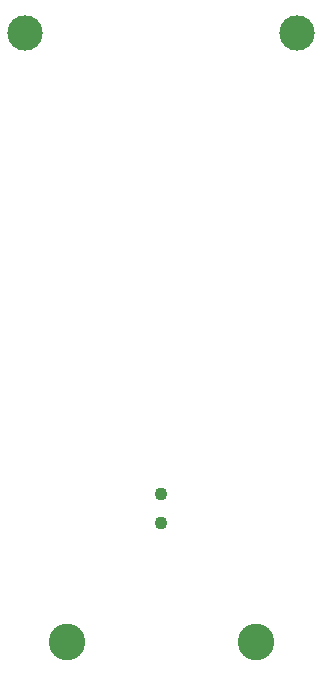
<source format=gbr>
M48
;DRILL file {Pcbnew (2013-may-18)-stable} date Вт 27 окт 2015 03:12:06
;FORMAT={-:-/ absolute / metric / decimal}
FMAT,2
METRIC,TZ
T1C1.100
T2C3.000
T3C3.100
%
G90
G05
M71
T1
X29.5Y-65.
X29.5Y-67.5
T2
X18.Y-26.
X41.Y-26.
T3
X21.5Y-77.5
X37.5Y-77.5
T0
M30

</source>
